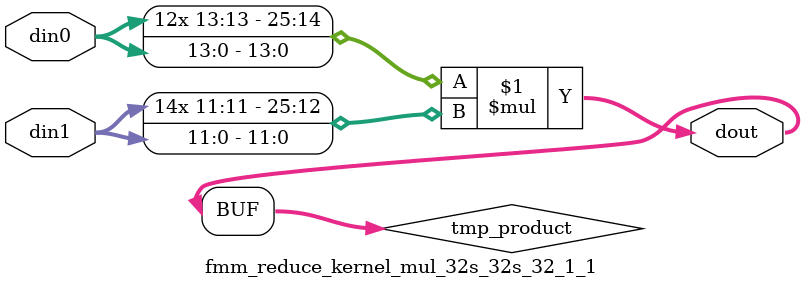
<source format=v>

`timescale 1 ns / 1 ps

 module fmm_reduce_kernel_mul_32s_32s_32_1_1(din0, din1, dout);
parameter ID = 1;
parameter NUM_STAGE = 0;
parameter din0_WIDTH = 14;
parameter din1_WIDTH = 12;
parameter dout_WIDTH = 26;

input [din0_WIDTH - 1 : 0] din0; 
input [din1_WIDTH - 1 : 0] din1; 
output [dout_WIDTH - 1 : 0] dout;

wire signed [dout_WIDTH - 1 : 0] tmp_product;



























assign tmp_product = $signed(din0) * $signed(din1);








assign dout = tmp_product;





















endmodule

</source>
